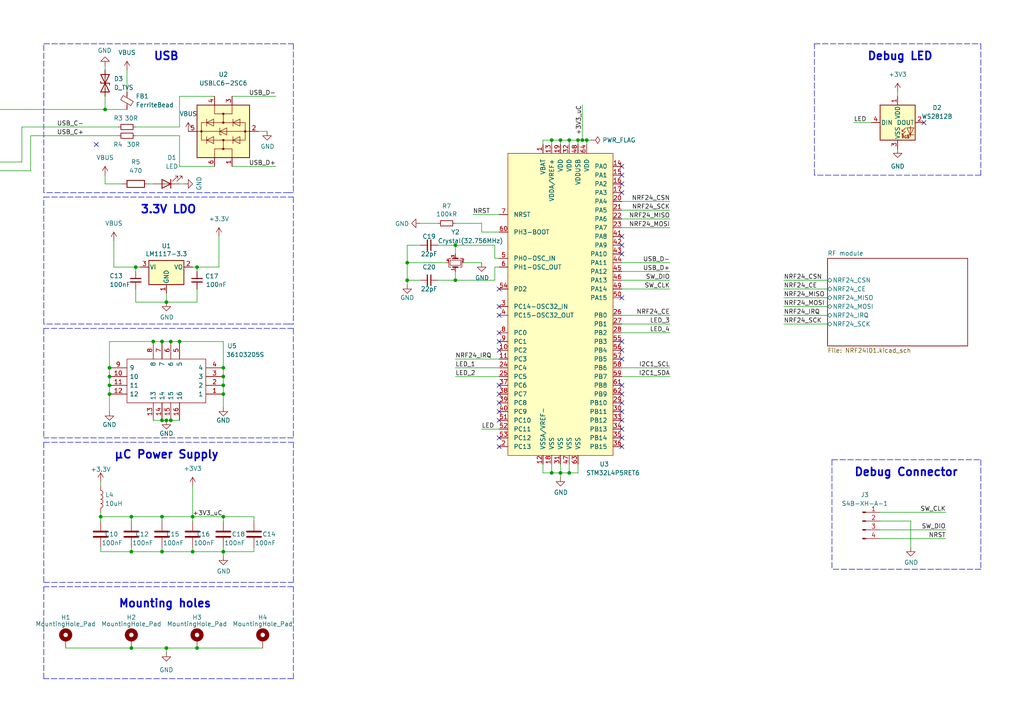
<source format=kicad_sch>
(kicad_sch (version 20211123) (generator eeschema)
  (paper "A4")
  (lib_symbols
    (symbol "36103205S:36103205S" (pin_names (offset 0.762))
      (property "Reference" "U" (at 19.05 12.7 0))
      (property "Value" "36103205S" (at 19.05 10.16 0))
      (symbol "36103205S_0_0"
        (pin passive line (at 7.62 -20.32 90) (length 5.08) (name "1") (number "1"))
        (pin passive line (at 12.7 12.7 270) (length 5.08) (name "10") (number "10"))
        (pin passive line (at 10.16 12.7 270) (length 5.08) (name "11") (number "11"))
        (pin passive line (at 7.62 12.7 270) (length 5.08) (name "12") (number "12"))
        (pin passive line (at 0 0 0) (length 5.08) (name "13") (number "13"))
        (pin passive line (at 0 -2.54 0) (length 5.08) (name "14") (number "14"))
        (pin passive line (at 0 -5.08 0) (length 5.08) (name "15") (number "15"))
        (pin passive line (at 0 -7.62 0) (length 5.08) (name "16") (number "16"))
        (pin passive line (at 10.16 -20.32 90) (length 5.08) (name "2") (number "2"))
        (pin passive line (at 12.7 -20.32 90) (length 5.08) (name "3") (number "3"))
        (pin passive line (at 15.24 -20.32 90) (length 5.08) (name "4") (number "4"))
        (pin passive line (at 22.86 -7.62 180) (length 5.08) (name "5") (number "5"))
        (pin passive line (at 22.86 -5.08 180) (length 5.08) (name "6") (number "6"))
        (pin passive line (at 22.86 -2.54 180) (length 5.08) (name "7") (number "7"))
        (pin passive line (at 22.86 0 180) (length 5.08) (name "8") (number "8"))
        (pin passive line (at 15.24 12.7 270) (length 5.08) (name "9") (number "9"))
      )
      (symbol "36103205S_0_1"
        (polyline (pts (xy 5.08 7.62) (xy 17.78 7.62) (xy 17.78 -15.24) (xy 5.08 -15.24) (xy 5.08 7.62)) (stroke (width 0.1524)))
      )
    )
    (symbol "Connector:Conn_01x04_Male" (pin_names (offset 1.016) hide)
      (property "Reference" "J" (at 0 5.08 0))
      (property "Value" "Conn_01x04_Male" (at 0 -7.62 0))
      (symbol "Conn_01x04_Male_1_1"
        (polyline (pts (xy 1.27 -5.08) (xy 0.8636 -5.08)) (stroke (width 0.1524)))
        (polyline (pts (xy 1.27 -2.54) (xy 0.8636 -2.54)) (stroke (width 0.1524)))
        (polyline (pts (xy 1.27 0) (xy 0.8636 0)) (stroke (width 0.1524)))
        (polyline (pts (xy 1.27 2.54) (xy 0.8636 2.54)) (stroke (width 0.1524)))
        (rectangle (start 0.8636 -4.953) (end 0 -5.207) (stroke (width 0.1524)) (fill (type outline)))
        (rectangle (start 0.8636 -2.413) (end 0 -2.667) (stroke (width 0.1524)) (fill (type outline)))
        (rectangle (start 0.8636 0.127) (end 0 -0.127) (stroke (width 0.1524)) (fill (type outline)))
        (rectangle (start 0.8636 2.667) (end 0 2.413) (stroke (width 0.1524)) (fill (type outline)))
        (pin passive line (at 5.08 2.54 180) (length 3.81) (name "Pin_1") (number "1"))
        (pin passive line (at 5.08 0 180) (length 3.81) (name "Pin_2") (number "2"))
        (pin passive line (at 5.08 -2.54 180) (length 3.81) (name "Pin_3") (number "3"))
        (pin passive line (at 5.08 -5.08 180) (length 3.81) (name "Pin_4") (number "4"))
      )
    )
    (symbol "Connector:USB_C_Receptacle_USB2.0" (pin_names (offset 1.016))
      (property "Reference" "J" (at -10.16 19.05 0))
      (property "Value" "USB_C_Receptacle_USB2.0" (at 19.05 19.05 0))
      (symbol "USB_C_Receptacle_USB2.0_0_0"
        (rectangle (start -0.254 -17.78) (end 0.254 -16.764))
        (rectangle (start 10.16 -14.986) (end 9.144 -15.494))
        (rectangle (start 10.16 -12.446) (end 9.144 -12.954))
        (rectangle (start 10.16 -4.826) (end 9.144 -5.334))
        (rectangle (start 10.16 -2.286) (end 9.144 -2.794))
        (rectangle (start 10.16 0.254) (end 9.144 -0.254))
        (rectangle (start 10.16 2.794) (end 9.144 2.286))
        (rectangle (start 10.16 7.874) (end 9.144 7.366))
        (rectangle (start 10.16 10.414) (end 9.144 9.906))
        (rectangle (start 10.16 15.494) (end 9.144 14.986))
      )
      (symbol "USB_C_Receptacle_USB2.0_0_1"
        (rectangle (start -10.16 17.78) (end 10.16 -17.78) (stroke (width 0.254)) (fill (type background)))
        (arc (start -8.89 -3.81) (mid -6.985 -5.715) (end -5.08 -3.81) (stroke (width 0.508)))
        (arc (start -7.62 -3.81) (mid -6.985 -4.445) (end -6.35 -3.81) (stroke (width 0.254)))
        (arc (start -7.62 -3.81) (mid -6.985 -4.445) (end -6.35 -3.81) (stroke (width 0.254)) (fill (type outline)))
        (rectangle (start -7.62 -3.81) (end -6.35 3.81) (stroke (width 0.254)) (fill (type outline)))
        (arc (start -6.35 3.81) (mid -6.985 4.445) (end -7.62 3.81) (stroke (width 0.254)))
        (arc (start -6.35 3.81) (mid -6.985 4.445) (end -7.62 3.81) (stroke (width 0.254)) (fill (type outline)))
        (arc (start -5.08 3.81) (mid -6.985 5.715) (end -8.89 3.81) (stroke (width 0.508)))
        (circle (center -2.54 1.143) (radius 0.635) (stroke (width 0.254)) (fill (type outline)))
        (circle (center 0 -5.842) (radius 1.27) (fill (type outline)))
        (polyline (pts (xy -8.89 -3.81) (xy -8.89 3.81)) (stroke (width 0.508)))
        (polyline (pts (xy -5.08 3.81) (xy -5.08 -3.81)) (stroke (width 0.508)))
        (polyline (pts (xy 0 -5.842) (xy 0 4.318)) (stroke (width 0.508)))
        (polyline (pts (xy 0 -3.302) (xy -2.54 -0.762) (xy -2.54 0.508)) (stroke (width 0.508)))
        (polyline (pts (xy 0 -2.032) (xy 2.54 0.508) (xy 2.54 1.778)) (stroke (width 0.508)))
        (polyline (pts (xy -1.27 4.318) (xy 0 6.858) (xy 1.27 4.318) (xy -1.27 4.318)) (stroke (width 0.254)) (fill (type outline)))
        (rectangle (start 1.905 1.778) (end 3.175 3.048) (stroke (width 0.254)) (fill (type outline)))
      )
      (symbol "USB_C_Receptacle_USB2.0_1_1"
        (pin passive line (at 0 -22.86 90) (length 5.08) (name "GND") (number "A1"))
        (pin passive line (at 0 -22.86 90) (length 5.08) hide (name "GND") (number "A12"))
        (pin passive line (at 15.24 15.24 180) (length 5.08) (name "VBUS") (number "A4"))
        (pin bidirectional line (at 15.24 10.16 180) (length 5.08) (name "CC1") (number "A5"))
        (pin bidirectional line (at 15.24 -2.54 180) (length 5.08) (name "D+") (number "A6"))
        (pin bidirectional line (at 15.24 2.54 180) (length 5.08) (name "D-") (number "A7"))
        (pin bidirectional line (at 15.24 -12.7 180) (length 5.08) (name "SBU1") (number "A8"))
        (pin passive line (at 15.24 15.24 180) (length 5.08) hide (name "VBUS") (number "A9"))
        (pin passive line (at 0 -22.86 90) (length 5.08) hide (name "GND") (number "B1"))
        (pin passive line (at 0 -22.86 90) (length 5.08) hide (name "GND") (number "B12"))
        (pin passive line (at 15.24 15.24 180) (length 5.08) hide (name "VBUS") (number "B4"))
        (pin bidirectional line (at 15.24 7.62 180) (length 5.08) (name "CC2") (number "B5"))
        (pin bidirectional line (at 15.24 -5.08 180) (length 5.08) (name "D+") (number "B6"))
        (pin bidirectional line (at 15.24 0 180) (length 5.08) (name "D-") (number "B7"))
        (pin bidirectional line (at 15.24 -15.24 180) (length 5.08) (name "SBU2") (number "B8"))
        (pin passive line (at 15.24 15.24 180) (length 5.08) hide (name "VBUS") (number "B9"))
        (pin passive line (at -7.62 -22.86 90) (length 5.08) (name "SHIELD") (number "S1"))
      )
    )
    (symbol "Device:C" (pin_numbers hide) (pin_names (offset 0.254))
      (property "Reference" "C" (at 0.635 2.54 0))
      (property "Value" "C" (at 0.635 -2.54 0))
      (symbol "C_0_1"
        (polyline (pts (xy -2.032 -0.762) (xy 2.032 -0.762)) (stroke (width 0.508)))
        (polyline (pts (xy -2.032 0.762) (xy 2.032 0.762)) (stroke (width 0.508)))
      )
      (symbol "C_1_1"
        (pin passive line (at 0 3.81 270) (length 2.794) (name "~") (number "1"))
        (pin passive line (at 0 -3.81 90) (length 2.794) (name "~") (number "2"))
      )
    )
    (symbol "Device:C_Small" (pin_numbers hide) (pin_names (offset 0.254) hide)
      (property "Reference" "C" (at 0.254 1.778 0))
      (property "Value" "C_Small" (at 0.254 -2.032 0))
      (symbol "C_Small_0_1"
        (polyline (pts (xy -1.524 -0.508) (xy 1.524 -0.508)) (stroke (width 0.3302)))
        (polyline (pts (xy -1.524 0.508) (xy 1.524 0.508)) (stroke (width 0.3048)))
      )
      (symbol "C_Small_1_1"
        (pin passive line (at 0 2.54 270) (length 2.032) (name "~") (number "1"))
        (pin passive line (at 0 -2.54 90) (length 2.032) (name "~") (number "2"))
      )
    )
    (symbol "Device:Crystal_GND24_Small" (pin_names (offset 1.016) hide)
      (property "Reference" "Y" (at 1.27 4.445 0))
      (property "Value" "Crystal_GND24_Small" (at 1.27 2.54 0))
      (symbol "Crystal_GND24_Small_0_1"
        (rectangle (start -0.762 -1.524) (end 0.762 1.524))
        (polyline (pts (xy -1.27 -0.762) (xy -1.27 0.762)) (stroke (width 0.381)))
        (polyline (pts (xy 1.27 -0.762) (xy 1.27 0.762)) (stroke (width 0.381)))
        (polyline (pts (xy -1.27 -1.27) (xy -1.27 -1.905) (xy 1.27 -1.905) (xy 1.27 -1.27)))
        (polyline (pts (xy -1.27 1.27) (xy -1.27 1.905) (xy 1.27 1.905) (xy 1.27 1.27)))
      )
      (symbol "Crystal_GND24_Small_1_1"
        (pin passive line (at -2.54 0 0) (length 1.27) (name "1") (number "1"))
        (pin passive line (at 0 -2.54 90) (length 0.635) (name "2") (number "2"))
        (pin passive line (at 2.54 0 180) (length 1.27) (name "3") (number "3"))
        (pin passive line (at 0 2.54 270) (length 0.635) (name "4") (number "4"))
      )
    )
    (symbol "Device:D_TVS" (pin_numbers hide) (pin_names (offset 1.016) hide)
      (property "Reference" "D" (at 0 2.54 0))
      (property "Value" "D_TVS" (at 0 -2.54 0))
      (symbol "D_TVS_0_1"
        (polyline (pts (xy 1.27 0) (xy -1.27 0)))
        (polyline (pts (xy 0.508 1.27) (xy 0 1.27) (xy 0 -1.27) (xy -0.508 -1.27)) (stroke (width 0.254)))
        (polyline (pts (xy -2.54 1.27) (xy -2.54 -1.27) (xy 2.54 1.27) (xy 2.54 -1.27) (xy -2.54 1.27)) (stroke (width 0.254)))
      )
      (symbol "D_TVS_1_1"
        (pin passive line (at -3.81 0 0) (length 2.54) (name "A1") (number "1"))
        (pin passive line (at 3.81 0 180) (length 2.54) (name "A2") (number "2"))
      )
    )
    (symbol "Device:FerriteBead_Small" (pin_numbers hide) (pin_names (offset 0))
      (property "Reference" "FB" (at 1.905 1.27 0))
      (property "Value" "FerriteBead_Small" (at 1.905 -1.27 0))
      (symbol "FerriteBead_Small_0_1"
        (polyline (pts (xy 0 -1.27) (xy 0 -0.7874)))
        (polyline (pts (xy 0 0.889) (xy 0 1.2954)))
        (polyline (pts (xy -1.8288 0.2794) (xy -1.1176 1.4986) (xy 1.8288 -0.2032) (xy 1.1176 -1.4224) (xy -1.8288 0.2794)))
      )
      (symbol "FerriteBead_Small_1_1"
        (pin passive line (at 0 2.54 270) (length 1.27) (name "~") (number "1"))
        (pin passive line (at 0 -2.54 90) (length 1.27) (name "~") (number "2"))
      )
    )
    (symbol "Device:L" (pin_numbers hide) (pin_names (offset 1.016) hide)
      (property "Reference" "L" (at -1.27 0 90))
      (property "Value" "L" (at 1.905 0 90))
      (symbol "L_0_1"
        (arc (start 0 -2.54) (mid 0.635 -1.905) (end 0 -1.27))
        (arc (start 0 -1.27) (mid 0.635 -0.635) (end 0 0))
        (arc (start 0 0) (mid 0.635 0.635) (end 0 1.27))
        (arc (start 0 1.27) (mid 0.635 1.905) (end 0 2.54))
      )
      (symbol "L_1_1"
        (pin passive line (at 0 3.81 270) (length 1.27) (name "1") (number "1"))
        (pin passive line (at 0 -3.81 90) (length 1.27) (name "2") (number "2"))
      )
    )
    (symbol "Device:LED" (pin_numbers hide) (pin_names (offset 1.016) hide)
      (property "Reference" "D" (at 0 2.54 0))
      (property "Value" "LED" (at 0 -2.54 0))
      (symbol "LED_0_1"
        (polyline (pts (xy -1.27 -1.27) (xy -1.27 1.27)) (stroke (width 0.254)))
        (polyline (pts (xy -1.27 0) (xy 1.27 0)))
        (polyline (pts (xy 1.27 -1.27) (xy 1.27 1.27) (xy -1.27 0) (xy 1.27 -1.27)) (stroke (width 0.254)))
        (polyline (pts (xy -3.048 -0.762) (xy -4.572 -2.286) (xy -3.81 -2.286) (xy -4.572 -2.286) (xy -4.572 -1.524)))
        (polyline (pts (xy -1.778 -0.762) (xy -3.302 -2.286) (xy -2.54 -2.286) (xy -3.302 -2.286) (xy -3.302 -1.524)))
      )
      (symbol "LED_1_1"
        (pin passive line (at -3.81 0 0) (length 2.54) (name "K") (number "1"))
        (pin passive line (at 3.81 0 180) (length 2.54) (name "A") (number "2"))
      )
    )
    (symbol "Device:R" (pin_numbers hide) (pin_names (offset 0))
      (property "Reference" "R" (at 2.032 0 90))
      (property "Value" "R" (at 0 0 90))
      (symbol "R_0_1"
        (rectangle (start -1.016 -2.54) (end 1.016 2.54) (stroke (width 0.254)))
      )
      (symbol "R_1_1"
        (pin passive line (at 0 3.81 270) (length 1.27) (name "~") (number "1"))
        (pin passive line (at 0 -3.81 90) (length 1.27) (name "~") (number "2"))
      )
    )
    (symbol "Device:R_Small" (pin_numbers hide) (pin_names (offset 0.254) hide)
      (property "Reference" "R" (at 0.762 0.508 0))
      (property "Value" "R_Small" (at 0.762 -1.016 0))
      (symbol "R_Small_0_1"
        (rectangle (start -0.762 1.778) (end 0.762 -1.778) (stroke (width 0.2032)))
      )
      (symbol "R_Small_1_1"
        (pin passive line (at 0 2.54 270) (length 0.762) (name "~") (number "1"))
        (pin passive line (at 0 -2.54 90) (length 0.762) (name "~") (number "2"))
      )
    )
    (symbol "LED:WS2812B" (pin_names (offset 0.254))
      (property "Reference" "D" (at 5.08 5.715 0))
      (property "Value" "WS2812B" (at 1.27 -5.715 0))
      (symbol "WS2812B_0_0"
        (text "RGB" (at 2.286 -4.191 0) (effects (font (size 0.762 0.762))))
      )
      (symbol "WS2812B_0_1"
        (polyline (pts (xy 1.27 -3.556) (xy 1.778 -3.556)))
        (polyline (pts (xy 1.27 -2.54) (xy 1.778 -2.54)))
        (polyline (pts (xy 4.699 -3.556) (xy 2.667 -3.556)))
        (polyline (pts (xy 2.286 -2.54) (xy 1.27 -3.556) (xy 1.27 -3.048)))
        (polyline (pts (xy 2.286 -1.524) (xy 1.27 -2.54) (xy 1.27 -2.032)))
        (polyline (pts (xy 3.683 -1.016) (xy 3.683 -3.556) (xy 3.683 -4.064)))
        (polyline (pts (xy 4.699 -1.524) (xy 2.667 -1.524) (xy 3.683 -3.556) (xy 4.699 -1.524)))
        (rectangle (start 5.08 5.08) (end -5.08 -5.08) (stroke (width 0.254)) (fill (type background)))
      )
      (symbol "WS2812B_1_1"
        (pin power_in line (at 0 7.62 270) (length 2.54) (name "VDD") (number "1"))
        (pin output line (at 7.62 0 180) (length 2.54) (name "DOUT") (number "2"))
        (pin power_in line (at 0 -7.62 90) (length 2.54) (name "VSS") (number "3"))
        (pin input line (at -7.62 0 0) (length 2.54) (name "DIN") (number "4"))
      )
    )
    (symbol "Mechanical:MountingHole_Pad" (pin_numbers hide) (pin_names (offset 1.016) hide)
      (property "Reference" "H" (at 0 6.35 0))
      (property "Value" "MountingHole_Pad" (at 0 4.445 0))
      (symbol "MountingHole_Pad_0_1"
        (circle (center 0 1.27) (radius 1.27) (stroke (width 1.27)))
      )
      (symbol "MountingHole_Pad_1_1"
        (pin input line (at 0 -2.54 90) (length 2.54) (name "1") (number "1"))
      )
    )
    (symbol "Power_Protection:USBLC6-2SC6" (pin_names hide)
      (property "Reference" "U" (at 2.54 8.89 0))
      (property "Value" "USBLC6-2SC6" (at 2.54 -8.89 0))
      (symbol "USBLC6-2SC6_0_1"
        (rectangle (start -7.62 -7.62) (end 7.62 7.62) (stroke (width 0.254)) (fill (type background)))
        (circle (center -5.08 0) (radius 0.254) (fill (type outline)))
        (circle (center -2.54 0) (radius 0.254) (fill (type outline)))
        (rectangle (start -2.54 6.35) (end 2.54 -6.35))
        (circle (center 0 -6.35) (radius 0.254) (fill (type outline)))
        (polyline (pts (xy -5.08 -2.54) (xy -7.62 -2.54)))
        (polyline (pts (xy -5.08 0) (xy -5.08 -2.54)))
        (polyline (pts (xy -5.08 2.54) (xy -7.62 2.54)))
        (polyline (pts (xy -1.524 -2.794) (xy -3.556 -2.794)))
        (polyline (pts (xy -1.524 4.826) (xy -3.556 4.826)))
        (polyline (pts (xy 0 -7.62) (xy 0 -6.35)))
        (polyline (pts (xy 0 -6.35) (xy 0 1.27)))
        (polyline (pts (xy 0 1.27) (xy 0 6.35)))
        (polyline (pts (xy 0 6.35) (xy 0 7.62)))
        (polyline (pts (xy 1.524 -2.794) (xy 3.556 -2.794)))
        (polyline (pts (xy 1.524 4.826) (xy 3.556 4.826)))
        (polyline (pts (xy 5.08 -2.54) (xy 7.62 -2.54)))
        (polyline (pts (xy 5.08 0) (xy 5.08 -2.54)))
        (polyline (pts (xy 5.08 2.54) (xy 7.62 2.54)))
        (polyline (pts (xy -2.54 0) (xy -5.08 0) (xy -5.08 2.54)))
        (polyline (pts (xy 2.54 0) (xy 5.08 0) (xy 5.08 2.54)))
        (polyline (pts (xy -3.556 -4.826) (xy -1.524 -4.826) (xy -2.54 -2.794) (xy -3.556 -4.826)))
        (polyline (pts (xy -3.556 2.794) (xy -1.524 2.794) (xy -2.54 4.826) (xy -3.556 2.794)))
        (polyline (pts (xy -1.016 -1.016) (xy 1.016 -1.016) (xy 0 1.016) (xy -1.016 -1.016)))
        (polyline (pts (xy 1.016 1.016) (xy 0.762 1.016) (xy -1.016 1.016) (xy -1.016 0.508)))
        (polyline (pts (xy 3.556 -4.826) (xy 1.524 -4.826) (xy 2.54 -2.794) (xy 3.556 -4.826)))
        (polyline (pts (xy 3.556 2.794) (xy 1.524 2.794) (xy 2.54 4.826) (xy 3.556 2.794)))
        (circle (center 0 6.35) (radius 0.254) (fill (type outline)))
        (circle (center 2.54 0) (radius 0.254) (fill (type outline)))
        (circle (center 5.08 0) (radius 0.254) (fill (type outline)))
      )
      (symbol "USBLC6-2SC6_1_1"
        (pin passive line (at -10.16 -2.54 0) (length 2.54) (name "I/O1") (number "1"))
        (pin passive line (at 0 -10.16 90) (length 2.54) (name "GND") (number "2"))
        (pin passive line (at 10.16 -2.54 180) (length 2.54) (name "I/O2") (number "3"))
        (pin passive line (at 10.16 2.54 180) (length 2.54) (name "I/O2") (number "4"))
        (pin passive line (at 0 10.16 270) (length 2.54) (name "VBUS") (number "5"))
        (pin passive line (at -10.16 2.54 0) (length 2.54) (name "I/O1") (number "6"))
      )
    )
    (symbol "Regulator_Linear:LM1117-3.3" (pin_names (offset 0.254))
      (property "Reference" "U" (at -3.81 3.175 0))
      (property "Value" "LM1117-3.3" (at 0 3.175 0))
      (symbol "LM1117-3.3_0_1"
        (rectangle (start -5.08 -5.08) (end 5.08 1.905) (stroke (width 0.254)) (fill (type background)))
      )
      (symbol "LM1117-3.3_1_1"
        (pin power_in line (at 0 -7.62 90) (length 2.54) (name "GND") (number "1"))
        (pin power_out line (at 7.62 0 180) (length 2.54) (name "VO") (number "2"))
        (pin power_in line (at -7.62 0 0) (length 2.54) (name "VI") (number "3"))
      )
    )
    (symbol "power:+3.3V" (power) (pin_names (offset 0))
      (property "Value" "+3.3V" (at 0 3.556 0))
      (symbol "+3.3V_0_1"
        (polyline (pts (xy -0.762 1.27) (xy 0 2.54)))
        (polyline (pts (xy 0 0) (xy 0 2.54)))
        (polyline (pts (xy 0 2.54) (xy 0.762 1.27)))
      )
      (symbol "+3.3V_1_1"
        (pin power_in line (at 0 0 90) (length 0) hide (name "+3.3V") (number "1"))
      )
    )
    (symbol "power:+3V3" (power) (pin_names (offset 0))
      (property "Value" "+3V3" (at 0 3.556 0))
      (symbol "+3V3_0_1"
        (polyline (pts (xy -0.762 1.27) (xy 0 2.54)))
        (polyline (pts (xy 0 0) (xy 0 2.54)))
        (polyline (pts (xy 0 2.54) (xy 0.762 1.27)))
      )
      (symbol "+3V3_1_1"
        (pin power_in line (at 0 0 90) (length 0) hide (name "+3V3") (number "1"))
      )
    )
    (symbol "power:GND" (power) (pin_names (offset 0))
      (property "Value" "GND" (at 0 -3.81 0))
      (symbol "GND_0_1"
        (polyline (pts (xy 0 0) (xy 0 -1.27) (xy 1.27 -1.27) (xy 0 -2.54) (xy -1.27 -1.27) (xy 0 -1.27)))
      )
      (symbol "GND_1_1"
        (pin power_in line (at 0 0 270) (length 0) hide (name "GND") (number "1"))
      )
    )
    (symbol "power:PWR_FLAG" (power) (pin_numbers hide) (pin_names (offset 0) hide)
      (property "Value" "PWR_FLAG" (at 0 3.81 0))
      (symbol "PWR_FLAG_0_0"
        (pin power_out line (at 0 0 90) (length 0) (name "pwr") (number "1"))
      )
      (symbol "PWR_FLAG_0_1"
        (polyline (pts (xy 0 0) (xy 0 1.27) (xy -1.016 1.905) (xy 0 2.54) (xy 1.016 1.905) (xy 0 1.27)))
      )
    )
    (symbol "power:VBUS" (power) (pin_names (offset 0))
      (property "Value" "VBUS" (at 0 3.81 0))
      (symbol "VBUS_0_1"
        (polyline (pts (xy -0.762 1.27) (xy 0 2.54)))
        (polyline (pts (xy 0 0) (xy 0 2.54)))
        (polyline (pts (xy 0 2.54) (xy 0.762 1.27)))
      )
      (symbol "VBUS_1_1"
        (pin power_in line (at 0 0 90) (length 0) hide (name "VBUS") (number "1"))
      )
    )
    (symbol "telemetria_receiver_2022-rescue:STM32L4P5RET6-STM32L4P5RET6" (pin_names (offset 1.6256))
      (property "Reference" "U" (at 0 -55.88 0))
      (property "Value" "STM32L4P5RET6-STM32L4P5RET6" (at 0 -59.69 0))
      (symbol "STM32L4P5RET6-STM32L4P5RET6_0_0"
        (pin power_in line (at -5.08 44.45 270) (length 2.54) (name "VBAT") (number "1"))
        (pin bidirectional line (at -17.78 -15.24 0) (length 2.54) (name "PC2") (number "10"))
        (pin bidirectional line (at -17.78 -17.78 0) (length 2.54) (name "PC3") (number "11"))
        (pin power_in line (at -5.08 -48.26 90) (length 2.54) (name "VSSA/VREF-") (number "12"))
        (pin power_in line (at -2.54 44.45 270) (length 2.54) (name "VDDA/VREF+") (number "13"))
        (pin bidirectional line (at 17.78 38.1 180) (length 2.54) (name "PA0") (number "14"))
        (pin bidirectional line (at 17.78 35.56 180) (length 2.54) (name "PA1") (number "15"))
        (pin bidirectional line (at 17.78 33.02 180) (length 2.54) (name "PA2") (number "16"))
        (pin bidirectional line (at 17.78 30.48 180) (length 2.54) (name "PA3") (number "17"))
        (pin power_in line (at -2.54 -48.26 90) (length 2.54) (name "VSS") (number "18"))
        (pin power_in line (at 0 44.45 270) (length 2.54) (name "VDD") (number "19"))
        (pin bidirectional line (at -17.78 -43.18 0) (length 2.54) (name "PC13") (number "2"))
        (pin bidirectional line (at 17.78 27.94 180) (length 2.54) (name "PA4") (number "20"))
        (pin bidirectional line (at 17.78 25.4 180) (length 2.54) (name "PA5") (number "21"))
        (pin bidirectional line (at 17.78 22.86 180) (length 2.54) (name "PA6") (number "22"))
        (pin bidirectional line (at 17.78 20.32 180) (length 2.54) (name "PA7") (number "23"))
        (pin bidirectional line (at -17.78 -20.32 0) (length 2.54) (name "PC4") (number "24"))
        (pin bidirectional line (at -17.78 -22.86 0) (length 2.54) (name "PC5") (number "25"))
        (pin bidirectional line (at 17.78 -5.08 180) (length 2.54) (name "PB0") (number "26"))
        (pin bidirectional line (at 17.78 -7.62 180) (length 2.54) (name "PB1") (number "27"))
        (pin bidirectional line (at 17.78 -10.16 180) (length 2.54) (name "PB2") (number "28"))
        (pin bidirectional line (at 17.78 -30.48 180) (length 2.54) (name "PB10") (number "29"))
        (pin bidirectional line (at -17.78 -2.54 0) (length 2.54) (name "PC14-OSC32_IN") (number "3"))
        (pin bidirectional line (at 17.78 -33.02 180) (length 2.54) (name "PB11") (number "30"))
        (pin power_in line (at 0 -48.26 90) (length 2.54) (name "VSS") (number "31"))
        (pin power_in line (at 2.54 44.45 270) (length 2.54) (name "VDD") (number "32"))
        (pin bidirectional line (at 17.78 -35.56 180) (length 2.54) (name "PB12") (number "33"))
        (pin bidirectional line (at 17.78 -38.1 180) (length 2.54) (name "PB13") (number "34"))
        (pin bidirectional line (at 17.78 -40.64 180) (length 2.54) (name "PB14") (number "35"))
        (pin bidirectional line (at 17.78 -43.18 180) (length 2.54) (name "PB15") (number "36"))
        (pin bidirectional line (at -17.78 -25.4 0) (length 2.54) (name "PC6") (number "37"))
        (pin bidirectional line (at -17.78 -27.94 0) (length 2.54) (name "PC7") (number "38"))
        (pin bidirectional line (at -17.78 -30.48 0) (length 2.54) (name "PC8") (number "39"))
        (pin bidirectional line (at -17.78 -5.08 0) (length 2.54) (name "PC15-OSC32_OUT") (number "4"))
        (pin bidirectional line (at -17.78 -33.02 0) (length 2.54) (name "PC9") (number "40"))
        (pin bidirectional line (at 17.78 17.78 180) (length 2.54) (name "PA8") (number "41"))
        (pin bidirectional line (at 17.78 15.24 180) (length 2.54) (name "PA9") (number "42"))
        (pin bidirectional line (at 17.78 12.7 180) (length 2.54) (name "PA10") (number "43"))
        (pin bidirectional line (at 17.78 10.16 180) (length 2.54) (name "PA11") (number "44"))
        (pin bidirectional line (at 17.78 7.62 180) (length 2.54) (name "PA12") (number "45"))
        (pin bidirectional line (at 17.78 5.08 180) (length 2.54) (name "PA13") (number "46"))
        (pin power_in line (at 2.54 -48.26 90) (length 2.54) (name "VSS") (number "47"))
        (pin power_in line (at 5.08 44.45 270) (length 2.54) (name "VDDUSB") (number "48"))
        (pin bidirectional line (at 17.78 2.54 180) (length 2.54) (name "PA14") (number "49"))
        (pin input line (at -17.78 11.43 0) (length 2.54) (name "PH0-OSC_IN") (number "5"))
        (pin bidirectional line (at 17.78 0 180) (length 2.54) (name "PA15") (number "50"))
        (pin bidirectional line (at -17.78 -35.56 0) (length 2.54) (name "PC10") (number "51"))
        (pin bidirectional line (at -17.78 -38.1 0) (length 2.54) (name "PC11") (number "52"))
        (pin bidirectional line (at -17.78 -40.64 0) (length 2.54) (name "PC12") (number "53"))
        (pin bidirectional line (at -17.78 2.54 0) (length 2.54) (name "PD2") (number "54"))
        (pin bidirectional line (at 17.78 -12.7 180) (length 2.54) (name "PB3") (number "55"))
        (pin bidirectional line (at 17.78 -15.24 180) (length 2.54) (name "PB4") (number "56"))
        (pin bidirectional line (at 17.78 -17.78 180) (length 2.54) (name "PB5") (number "57"))
        (pin bidirectional line (at 17.78 -20.32 180) (length 2.54) (name "PB6") (number "58"))
        (pin bidirectional line (at 17.78 -22.86 180) (length 2.54) (name "PB7") (number "59"))
        (pin input line (at -17.78 8.89 0) (length 2.54) (name "PH1-OSC_OUT") (number "6"))
        (pin input line (at -17.78 19.05 0) (length 2.54) (name "PH3-BOOT") (number "60"))
        (pin bidirectional line (at 17.78 -25.4 180) (length 2.54) (name "PB8") (number "61"))
        (pin bidirectional line (at 17.78 -27.94 180) (length 2.54) (name "PB9") (number "62"))
        (pin power_in line (at 5.08 -48.26 90) (length 2.54) (name "VSS") (number "63"))
        (pin power_in line (at 7.62 44.45 270) (length 2.54) (name "VDD") (number "64"))
        (pin input line (at -17.78 24.13 0) (length 2.54) (name "NRST") (number "7"))
        (pin bidirectional line (at -17.78 -10.16 0) (length 2.54) (name "PC0") (number "8"))
        (pin bidirectional line (at -17.78 -12.7 0) (length 2.54) (name "PC1") (number "9"))
      )
      (symbol "STM32L4P5RET6-STM32L4P5RET6_0_1"
        (rectangle (start 15.24 41.91) (end -15.24 -45.72) (fill (type background)))
      )
    )
  )
  (junction (at 170.18 40.64))
  (junction (at 38.1 187.96))
  (junction (at 132.08 81.28))
  (junction (at 31.75 111.76))
  (junction (at 168.91 40.64))
  (junction (at 132.08 71.12))
  (junction (at 46.99 121.92))
  (junction (at 64.77 111.76))
  (junction (at 162.56 137.16))
  (junction (at 31.75 109.22))
  (junction (at 167.64 40.64))
  (junction (at 160.02 137.16))
  (junction (at 44.45 99.06))
  (junction (at 57.15 187.96))
  (junction (at 64.77 160.02))
  (junction (at 160.02 40.64))
  (junction (at 57.15 77.47))
  (junction (at 31.75 114.3))
  (junction (at 38.1 160.02))
  (junction (at 49.53 121.92))
  (junction (at 30.48 31.75))
  (junction (at 46.99 99.06))
  (junction (at 38.1 149.86))
  (junction (at 118.11 81.28))
  (junction (at 162.56 40.64))
  (junction (at 49.53 99.06))
  (junction (at 64.77 149.86))
  (junction (at 46.99 149.86))
  (junction (at 165.1 137.16))
  (junction (at 55.88 160.02))
  (junction (at 48.26 187.96))
  (junction (at 64.77 114.3))
  (junction (at 48.26 121.92))
  (junction (at 55.88 149.86))
  (junction (at 118.11 76.2))
  (junction (at 46.99 160.02))
  (junction (at 52.07 99.06))
  (junction (at 165.1 40.64))
  (junction (at 31.75 106.68))
  (junction (at 48.26 87.63))
  (junction (at 64.77 109.22))
  (junction (at 39.37 77.47))
  (junction (at 29.21 149.86))
  (junction (at 64.77 106.68))
  (no_connect (at 180.34 119.38))
  (no_connect (at 180.34 116.84))
  (no_connect (at 180.34 114.3))
  (no_connect (at 144.78 111.76))
  (no_connect (at 144.78 114.3))
  (no_connect (at 180.34 86.36))
  (no_connect (at 180.34 68.58))
  (no_connect (at 180.34 99.06))
  (no_connect (at 180.34 53.34))
  (no_connect (at 180.34 129.54))
  (no_connect (at 144.78 101.6))
  (no_connect (at 180.34 127))
  (no_connect (at 180.34 124.46))
  (no_connect (at 27.94 41.91))
  (no_connect (at 267.97 35.56))
  (no_connect (at 180.34 121.92))
  (no_connect (at 180.34 48.26))
  (no_connect (at 180.34 101.6))
  (no_connect (at 180.34 73.66))
  (no_connect (at 180.34 104.14))
  (no_connect (at 144.78 91.44))
  (no_connect (at 180.34 71.12))
  (no_connect (at 144.78 96.52))
  (no_connect (at 144.78 99.06))
  (no_connect (at 180.34 55.88))
  (no_connect (at 144.78 116.84))
  (no_connect (at 144.78 83.82))
  (no_connect (at 144.78 127))
  (no_connect (at 144.78 121.92))
  (no_connect (at 144.78 119.38))
  (no_connect (at 144.78 88.9))
  (no_connect (at -1.27 59.69))
  (no_connect (at -1.27 62.23))
  (no_connect (at -24.13 69.85))
  (no_connect (at -1.27 39.37))
  (no_connect (at -1.27 52.07))
  (no_connect (at -1.27 44.45))
  (no_connect (at -1.27 36.83))
  (no_connect (at 144.78 129.54))
  (no_connect (at 180.34 111.76))
  (no_connect (at 180.34 50.8))
  (wire (pts (xy 64.77 106.68) (xy 64.77 109.22)))
  (wire (pts (xy 139.7 67.31) (xy 139.7 64.77)))
  (wire (pts (xy 52.07 48.26) (xy 52.07 39.37)))
  (polyline (pts (xy 12.7 55.88) (xy 12.7 12.7)))
  (wire (pts (xy 44.45 53.34) (xy 43.18 53.34)))
  (wire (pts (xy 194.31 76.2) (xy 180.34 76.2)))
  (wire (pts (xy 55.88 151.13) (xy 55.88 149.86)))
  (wire (pts (xy 64.77 111.76) (xy 64.77 114.3)))
  (wire (pts (xy 46.99 99.06) (xy 49.53 99.06)))
  (wire (pts (xy 57.15 187.96) (xy 76.2 187.96)))
  (polyline (pts (xy 284.48 165.1) (xy 241.3 165.1)))
  (polyline (pts (xy 12.7 93.98) (xy 12.7 57.15)))
  (polyline (pts (xy 284.48 12.7) (xy 284.48 50.8)))
  (wire (pts (xy 6.35 46.99) (xy 6.35 36.83)))
  (wire (pts (xy 132.08 71.12) (xy 132.08 73.66)))
  (wire (pts (xy 33.02 77.47) (xy 39.37 77.47)))
  (wire (pts (xy 55.88 77.47) (xy 57.15 77.47)))
  (polyline (pts (xy 12.7 95.25) (xy 12.7 127)))
  (wire (pts (xy 48.26 87.63) (xy 57.15 87.63)))
  (wire (pts (xy 53.34 53.34) (xy 52.07 53.34)))
  (polyline (pts (xy 241.3 133.35) (xy 241.3 165.1)))
  (wire (pts (xy 63.5 68.58) (xy 63.5 77.47)))
  (wire (pts (xy 46.99 121.92) (xy 48.26 121.92)))
  (polyline (pts (xy 83.82 93.98) (xy 12.7 93.98)))
  (wire (pts (xy 132.08 106.68) (xy 144.78 106.68)))
  (wire (pts (xy 162.56 138.43) (xy 162.56 137.16)))
  (wire (pts (xy 143.51 77.47) (xy 144.78 77.47)))
  (wire (pts (xy 194.31 109.22) (xy 180.34 109.22)))
  (wire (pts (xy 48.26 121.92) (xy 49.53 121.92)))
  (wire (pts (xy 57.15 78.74) (xy 57.15 77.47)))
  (wire (pts (xy 30.48 19.05) (xy 30.48 20.32)))
  (wire (pts (xy 162.56 40.64) (xy 165.1 40.64)))
  (wire (pts (xy 52.07 27.94) (xy 52.07 36.83)))
  (polyline (pts (xy 85.09 57.15) (xy 85.09 93.98)))
  (wire (pts (xy 132.08 78.74) (xy 132.08 81.28)))
  (wire (pts (xy 118.11 71.12) (xy 121.92 71.12)))
  (polyline (pts (xy 85.09 128.27) (xy 85.09 168.91)))
  (wire (pts (xy 127 71.12) (xy 132.08 71.12)))
  (wire (pts (xy 73.66 158.75) (xy 73.66 160.02)))
  (wire (pts (xy 57.15 87.63) (xy 57.15 83.82)))
  (wire (pts (xy 157.48 40.64) (xy 160.02 40.64)))
  (wire (pts (xy 39.37 77.47) (xy 40.64 77.47)))
  (wire (pts (xy 38.1 151.13) (xy 38.1 149.86)))
  (wire (pts (xy 8.89 49.53) (xy -1.27 49.53)))
  (wire (pts (xy 64.77 149.86) (xy 73.66 149.86)))
  (wire (pts (xy 48.26 187.96) (xy 57.15 187.96)))
  (wire (pts (xy 162.56 40.64) (xy 160.02 40.64)))
  (wire (pts (xy 62.23 27.94) (xy 52.07 27.94)))
  (wire (pts (xy -16.51 69.85) (xy -16.51 72.39)))
  (wire (pts (xy 64.77 158.75) (xy 64.77 160.02)))
  (wire (pts (xy 162.56 137.16) (xy 160.02 137.16)))
  (wire (pts (xy 180.34 66.04) (xy 194.31 66.04)))
  (wire (pts (xy 6.35 36.83) (xy 34.29 36.83)))
  (wire (pts (xy 64.77 160.02) (xy 64.77 161.29)))
  (wire (pts (xy 227.33 88.9) (xy 240.03 88.9)))
  (wire (pts (xy 255.27 153.67) (xy 274.32 153.67)))
  (wire (pts (xy 38.1 149.86) (xy 29.21 149.86)))
  (polyline (pts (xy 83.82 93.98) (xy 85.09 93.98)))
  (wire (pts (xy 46.99 149.86) (xy 38.1 149.86)))
  (polyline (pts (xy 241.3 133.35) (xy 284.48 133.35)))
  (wire (pts (xy 132.08 81.28) (xy 143.51 81.28)))
  (wire (pts (xy 29.21 158.75) (xy 29.21 160.02)))
  (wire (pts (xy 64.77 149.86) (xy 55.88 149.86)))
  (wire (pts (xy 139.7 124.46) (xy 144.78 124.46)))
  (wire (pts (xy 157.48 137.16) (xy 157.48 134.62)))
  (wire (pts (xy 194.31 106.68) (xy 180.34 106.68)))
  (wire (pts (xy 118.11 76.2) (xy 118.11 81.28)))
  (wire (pts (xy 167.64 137.16) (xy 165.1 137.16)))
  (wire (pts (xy 165.1 137.16) (xy 162.56 137.16)))
  (wire (pts (xy 73.66 151.13) (xy 73.66 149.86)))
  (polyline (pts (xy 12.7 12.7) (xy 85.09 12.7)))
  (wire (pts (xy 143.51 71.12) (xy 143.51 74.93)))
  (wire (pts (xy 264.16 151.13) (xy 264.16 158.75)))
  (wire (pts (xy 162.56 134.62) (xy 162.56 137.16)))
  (wire (pts (xy 118.11 81.28) (xy 121.92 81.28)))
  (wire (pts (xy 30.48 50.8) (xy 30.48 53.34)))
  (wire (pts (xy 64.77 149.86) (xy 64.77 151.13)))
  (wire (pts (xy 127 81.28) (xy 132.08 81.28)))
  (wire (pts (xy 31.75 99.06) (xy 44.45 99.06)))
  (wire (pts (xy 165.1 40.64) (xy 167.64 40.64)))
  (wire (pts (xy 165.1 134.62) (xy 165.1 137.16)))
  (wire (pts (xy 30.48 53.34) (xy 35.56 53.34)))
  (wire (pts (xy 132.08 109.22) (xy 144.78 109.22)))
  (wire (pts (xy 180.34 63.5) (xy 194.31 63.5)))
  (polyline (pts (xy 236.22 50.8) (xy 236.22 12.7)))
  (polyline (pts (xy 85.09 12.7) (xy 85.09 55.88)))
  (wire (pts (xy 46.99 149.86) (xy 46.99 151.13)))
  (wire (pts (xy 180.34 60.96) (xy 194.31 60.96)))
  (wire (pts (xy 38.1 187.96) (xy 48.26 187.96)))
  (polyline (pts (xy 83.82 55.88) (xy 85.09 55.88)))
  (wire (pts (xy 194.31 81.28) (xy 180.34 81.28)))
  (wire (pts (xy 194.31 91.44) (xy 180.34 91.44)))
  (wire (pts (xy 132.08 71.12) (xy 143.51 71.12)))
  (wire (pts (xy 33.02 69.85) (xy 33.02 77.47)))
  (wire (pts (xy 39.37 83.82) (xy 39.37 87.63)))
  (wire (pts (xy 157.48 41.91) (xy 157.48 40.64)))
  (wire (pts (xy 260.35 26.67) (xy 260.35 27.94)))
  (wire (pts (xy 49.53 121.92) (xy 52.07 121.92)))
  (wire (pts (xy 180.34 58.42) (xy 194.31 58.42)))
  (wire (pts (xy 118.11 71.12) (xy 118.11 76.2)))
  (polyline (pts (xy 284.48 50.8) (xy 236.22 50.8)))
  (wire (pts (xy 31.75 106.68) (xy 31.75 109.22)))
  (wire (pts (xy 55.88 149.86) (xy 46.99 149.86)))
  (wire (pts (xy 30.48 31.75) (xy 36.83 31.75)))
  (wire (pts (xy 46.99 158.75) (xy 46.99 160.02)))
  (wire (pts (xy 167.64 41.91) (xy 167.64 40.64)))
  (wire (pts (xy 160.02 134.62) (xy 160.02 137.16)))
  (wire (pts (xy 39.37 87.63) (xy 48.26 87.63)))
  (polyline (pts (xy 85.09 95.25) (xy 12.7 95.25)))
  (wire (pts (xy 39.37 36.83) (xy 52.07 36.83)))
  (wire (pts (xy 129.54 76.2) (xy 118.11 76.2)))
  (wire (pts (xy 31.75 109.22) (xy 31.75 111.76)))
  (polyline (pts (xy 85.09 95.25) (xy 85.09 127)))
  (wire (pts (xy 44.45 99.06) (xy 46.99 99.06)))
  (polyline (pts (xy 83.82 55.88) (xy 12.7 55.88)))
  (wire (pts (xy 194.31 83.82) (xy 180.34 83.82)))
  (wire (pts (xy 39.37 39.37) (xy 52.07 39.37)))
  (wire (pts (xy 118.11 81.28) (xy 118.11 82.55)))
  (wire (pts (xy 194.31 93.98) (xy 180.34 93.98)))
  (wire (pts (xy 55.88 160.02) (xy 46.99 160.02)))
  (wire (pts (xy 170.18 40.64) (xy 170.18 41.91)))
  (wire (pts (xy 64.77 106.68) (xy 64.77 99.06)))
  (polyline (pts (xy 12.7 57.15) (xy 85.09 57.15)))
  (wire (pts (xy 64.77 99.06) (xy 52.07 99.06)))
  (wire (pts (xy 167.64 40.64) (xy 168.91 40.64)))
  (wire (pts (xy 144.78 67.31) (xy 139.7 67.31)))
  (wire (pts (xy 55.88 140.97) (xy 55.88 149.86)))
  (wire (pts (xy 29.21 149.86) (xy 29.21 151.13)))
  (polyline (pts (xy 85.09 196.85) (xy 85.09 170.18)))
  (wire (pts (xy 162.56 41.91) (xy 162.56 40.64)))
  (wire (pts (xy 227.33 86.36) (xy 240.03 86.36)))
  (polyline (pts (xy 85.09 170.18) (xy 12.7 170.18)))
  (wire (pts (xy 137.16 62.23) (xy 144.78 62.23)))
  (wire (pts (xy 48.26 187.96) (xy 48.26 189.23)))
  (wire (pts (xy 167.64 134.62) (xy 167.64 137.16)))
  (wire (pts (xy 143.51 74.93) (xy 144.78 74.93)))
  (wire (pts (xy 36.83 20.32) (xy 36.83 26.67)))
  (wire (pts (xy -1.27 31.75) (xy 30.48 31.75)))
  (wire (pts (xy 67.31 27.94) (xy 80.01 27.94)))
  (wire (pts (xy 194.31 96.52) (xy 180.34 96.52)))
  (wire (pts (xy 255.27 151.13) (xy 264.16 151.13)))
  (wire (pts (xy 168.91 40.64) (xy 170.18 40.64)))
  (wire (pts (xy 29.21 148.59) (xy 29.21 149.86)))
  (wire (pts (xy 139.7 64.77) (xy 132.08 64.77)))
  (wire (pts (xy 49.53 99.06) (xy 52.07 99.06)))
  (wire (pts (xy 255.27 148.59) (xy 274.32 148.59)))
  (wire (pts (xy 144.78 104.14) (xy 132.08 104.14)))
  (wire (pts (xy 19.05 187.96) (xy 38.1 187.96)))
  (polyline (pts (xy 284.48 133.35) (xy 284.48 165.1)))
  (wire (pts (xy 8.89 39.37) (xy 8.89 49.53)))
  (wire (pts (xy 62.23 48.26) (xy 52.07 48.26)))
  (wire (pts (xy 46.99 160.02) (xy 38.1 160.02)))
  (polyline (pts (xy 12.7 128.27) (xy 85.09 128.27)))
  (wire (pts (xy 64.77 160.02) (xy 73.66 160.02)))
  (wire (pts (xy -1.27 46.99) (xy 6.35 46.99)))
  (wire (pts (xy 67.31 48.26) (xy 80.01 48.26)))
  (wire (pts (xy 55.88 158.75) (xy 55.88 160.02)))
  (wire (pts (xy 63.5 77.47) (xy 57.15 77.47)))
  (wire (pts (xy 38.1 160.02) (xy 29.21 160.02)))
  (polyline (pts (xy 236.22 12.7) (xy 284.48 12.7)))
  (wire (pts (xy 160.02 41.91) (xy 160.02 40.64)))
  (wire (pts (xy 227.33 81.28) (xy 240.03 81.28)))
  (wire (pts (xy 64.77 109.22) (xy 64.77 111.76)))
  (wire (pts (xy 227.33 93.98) (xy 240.03 93.98)))
  (wire (pts (xy 255.27 156.21) (xy 274.32 156.21)))
  (wire (pts (xy 194.31 78.74) (xy 180.34 78.74)))
  (wire (pts (xy 134.62 76.2) (xy 139.7 76.2)))
  (wire (pts (xy 39.37 77.47) (xy 39.37 78.74)))
  (wire (pts (xy 29.21 139.7) (xy 29.21 140.97)))
  (wire (pts (xy 48.26 85.09) (xy 48.26 87.63)))
  (wire (pts (xy 121.92 64.77) (xy 127 64.77)))
  (wire (pts (xy 64.77 160.02) (xy 55.88 160.02)))
  (wire (pts (xy 160.02 137.16) (xy 157.48 137.16)))
  (wire (pts (xy 171.45 40.64) (xy 170.18 40.64)))
  (wire (pts (xy 8.89 39.37) (xy 34.29 39.37)))
  (polyline (pts (xy 85.09 196.85) (xy 12.7 196.85)))
  (wire (pts (xy 165.1 41.91) (xy 165.1 40.64)))
  (polyline (pts (xy 12.7 168.91) (xy 85.09 168.91)))
  (wire (pts (xy 64.77 114.3) (xy 64.77 118.11)))
  (wire (pts (xy 247.65 35.56) (xy 252.73 35.56)))
  (wire (pts (xy 38.1 158.75) (xy 38.1 160.02)))
  (wire (pts (xy 44.45 121.92) (xy 46.99 121.92)))
  (polyline (pts (xy 85.09 127) (xy 12.7 127)))
  (wire (pts (xy 31.75 114.3) (xy 31.75 119.38)))
  (wire (pts (xy 143.51 81.28) (xy 143.51 77.47)))
  (wire (pts (xy 227.33 83.82) (xy 240.03 83.82)))
  (wire (pts (xy 30.48 27.94) (xy 30.48 31.75)))
  (wire (pts (xy 227.33 91.44) (xy 240.03 91.44)))
  (wire (pts (xy 31.75 111.76) (xy 31.75 114.3)))
  (wire (pts (xy 77.47 38.1) (xy 74.93 38.1)))
  (polyline (pts (xy 12.7 196.85) (xy 12.7 170.18)))
  (wire (pts (xy 168.91 40.64) (xy 168.91 30.48)))
  (polyline (pts (xy 12.7 128.27) (xy 12.7 168.91)))
  (wire (pts (xy 31.75 106.68) (xy 31.75 99.06)))
  (text "USB" (at 44.45 17.78 0) (effects (font (size 2.3114 2.3114) bold) (justify left bottom)))
  (text "3.3V LDO" (at 40.64 62.23 0) (effects (font (size 2.3114 2.3114) bold) (justify left bottom)))
  (text "Debug Connector" (at 247.65 138.43 0) (effects (font (size 2.3114 2.3114) (thickness 0.4623) bold) (justify left bottom)))
  (text "Mounting holes\n" (at 34.29 176.53 0) (effects (font (size 2.3114 2.3114) (thickness 0.4623) bold) (justify left bottom)))
  (text "Debug LED\n" (at 251.46 17.78 0) (effects (font (size 2.3114 2.3114) (thickness 0.4623) bold) (justify left bottom)))
  (text "µC Power Supply " (at 33.02 133.35 0) (effects (font (size 2.3114 2.3114) (thickness 0.4623) bold) (justify left bottom)))
  (label "USB_C+" (at 16.51 39.37 0))
  (label "NRF24_CSN" (at 194.31 58.42 180))
  (label "NRF24_CE" (at 194.31 91.44 180))
  (label "USB_D+" (at 80.01 48.26 180))
  (label "I2C1_SCL" (at 194.31 106.68 180))
  (label "USB_D-" (at 80.01 27.94 180))
  (label "LED_1" (at 132.08 106.68 0))
  (label "NRF24_CSN" (at 227.33 81.28 0))
  (label "LED_4" (at 194.31 96.52 180))
  (label "SW_DIO" (at 194.31 81.28 180))
  (label "USB_D-" (at 194.31 76.2 180))
  (label "LED_3" (at 194.31 93.98 180))
  (label "USB_D+" (at 194.31 78.74 180))
  (label "LED" (at 247.65 35.56 0))
  (label "NRF24_IRQ" (at 227.33 91.44 0))
  (label "NRF24_MISO" (at 227.33 86.36 0))
  (label "LED" (at 139.7 124.46 0))
  (label "LED_2" (at 132.08 109.22 0))
  (label "NRF24_MISO" (at 194.31 63.5 180))
  (label "+3V3_uC" (at 55.88 149.86 0))
  (label "NRST" (at 137.16 62.23 0))
  (label "+3V3_uC" (at 168.91 30.48 270))
  (label "NRF24_IRQ" (at 132.08 104.14 0))
  (label "SW_CLK" (at 194.31 83.82 180))
  (label "NRF24_SCK" (at 194.31 60.96 180))
  (label "SW_CLK" (at 274.32 148.59 180))
  (label "NRF24_SCK" (at 227.33 93.98 0))
  (label "SW_DIO" (at 274.32 153.67 180))
  (label "NRF24_CE" (at 227.33 83.82 0))
  (label "NRF24_MOSI" (at 227.33 88.9 0))
  (label "USB_C-" (at 16.51 36.83 0))
  (label "I2C1_SDA" (at 194.31 109.22 180))
  (label "NRST" (at 274.32 156.21 180))
  (label "NRF24_MOSI" (at 194.31 66.04 180))
  (symbol (lib_id "Device:FerriteBead_Small") (at 36.83 29.21 0) (unit 1)
    (property "Reference" "FB1" (at 39.37 27.9018 0) (effects (justify left)))
    (property "Value" "FerriteBead" (at 39.37 30.4418 0) (effects (justify left)))
    (property "Footprint" "Resistor_SMD:R_0603_1608Metric" (effects hide))
  )
  (symbol (lib_id "power:GND") (at 139.7 76.2 0) (unit 1)
    (property "Reference" "#PWR0112" (effects hide))
    (property "Value" "GND" (at 139.827 80.5942 0))
  )
  (symbol (lib_id "power:GND") (at 48.26 121.92 0) (unit 1)
    (property "Reference" "#PWR0136" (effects hide))
    (property "Value" "GND" (at 48.26 125.73 0))
  )
  (symbol (lib_id "Regulator_Linear:LM1117-3.3") (at 48.26 77.47 0) (unit 1)
    (property "Reference" "U1" (at 48.26 71.3232 0))
    (property "Value" "LM1117-3.3" (at 48.26 73.6346 0))
    (property "Footprint" "Package_TO_SOT_SMD:SOT-223-3_TabPin2" (effects hide))
    (property "Datasheet" "http://www.ti.com/lit/ds/symlink/lm1117.pdf" (effects hide))
  )
  (symbol (lib_id "power:GND") (at 162.56 138.43 0) (unit 1)
    (property "Reference" "#PWR0101" (effects hide))
    (property "Value" "GND" (at 162.687 142.8242 0))
  )
  (symbol (lib_id "power:GND") (at 264.16 158.75 0) (unit 1)
    (property "Reference" "#PWR0113" (effects hide))
    (property "Value" "GND" (at 264.287 163.1442 0))
  )
  (symbol (lib_id "power:+3V3") (at 260.35 26.67 0) (unit 1)
    (property "Reference" "#PWR0102" (effects hide))
    (property "Value" "+3V3" (at 260.35 21.59 0))
  )
  (symbol (lib_id "Device:C") (at 29.21 154.94 0) (mirror y) (unit 1)
    (property "Reference" "C10" (at 34.29 154.94 0) (effects (justify left)))
    (property "Value" "100nF" (at 35.56 157.48 0) (effects (justify left)))
    (property "Footprint" "Capacitor_SMD:C_0402_1005Metric" (effects hide))
  )
  (symbol (lib_id "power:+3.3V") (at 29.21 139.7 0) (unit 1)
    (property "Reference" "#PWR0117" (effects hide))
    (property "Value" "+3.3V" (at 29.21 136.144 0))
  )
  (symbol (lib_id "Device:C") (at 64.77 154.94 0) (mirror y) (unit 1)
    (property "Reference" "C18" (at 71.12 154.94 0) (effects (justify left)))
    (property "Value" "100nF" (at 71.12 157.48 0) (effects (justify left)))
    (property "Footprint" "Capacitor_SMD:C_0402_1005Metric" (effects hide))
  )
  (symbol (lib_id "power:GND") (at 121.92 64.77 270) (unit 1)
    (property "Reference" "#PWR0115" (effects hide))
    (property "Value" "GND" (at 118.6688 64.897 90) (effects (justify right)))
  )
  (symbol (lib_id "Device:LED") (at 48.26 53.34 180) (unit 1)
    (property "Reference" "D1" (at 49.8475 45.72 0))
    (property "Value" "LED" (at 49.8475 48.26 0))
    (property "Footprint" "LED_SMD:LED_0603_1608Metric" (effects hide))
  )
  (symbol (lib_id "power:GND") (at -16.51 72.39 0) (unit 1)
    (property "Reference" "#PWR0111" (effects hide))
    (property "Value" "GND" (at -16.383 76.7842 0))
  )
  (symbol (lib_id "power:GND") (at 53.34 53.34 90) (unit 1)
    (property "Reference" "#PWR0108" (effects hide))
    (property "Value" "GND" (at 57.7342 53.213 0))
  )
  (symbol (lib_id "Device:C_Small") (at 124.46 71.12 270) (unit 1)
    (property "Reference" "C19" (at 124.46 68.58 90))
    (property "Value" "22pF" (at 124.46 73.66 90))
    (property "Footprint" "Capacitor_SMD:C_0402_1005Metric" (effects hide))
  )
  (symbol (lib_id "power:GND") (at 48.26 87.63 0) (unit 1)
    (property "Reference" "#PWR0109" (effects hide))
    (property "Value" "GND" (at 48.387 92.0242 0))
  )
  (symbol (lib_id "Device:R") (at 39.37 53.34 270) (unit 1)
    (property "Reference" "R5" (at 39.37 46.99 90))
    (property "Value" "470" (at 39.37 49.53 90))
    (property "Footprint" "Resistor_SMD:R_0402_1005Metric" (effects hide))
  )
  (symbol (lib_id "Device:C") (at 55.88 154.94 0) (mirror y) (unit 1)
    (property "Reference" "C16" (at 60.96 154.94 0) (effects (justify left)))
    (property "Value" "100nF" (at 62.23 157.48 0) (effects (justify left)))
    (property "Footprint" "Capacitor_SMD:C_0402_1005Metric" (effects hide))
  )
  (symbol (lib_id "LED:WS2812B") (at 260.35 35.56 0) (unit 1)
    (property "Reference" "D2" (at 271.78 31.2293 0))
    (property "Value" "WS2812B" (at 271.78 33.7693 0))
    (property "Footprint" "LED_SMD:LED_WS2812B_PLCC4_5.0x5.0mm_P3.2mm" (effects hide))
    (property "Datasheet" "https://cdn-shop.adafruit.com/datasheets/WS2812B.pdf" (effects hide))
  )
  (symbol (lib_id "Device:C") (at 46.99 154.94 0) (mirror y) (unit 1)
    (property "Reference" "C15" (at 52.07 154.94 0) (effects (justify left)))
    (property "Value" "100nF" (at 53.34 157.48 0) (effects (justify left)))
    (property "Footprint" "Capacitor_SMD:C_0402_1005Metric" (effects hide))
  )
  (symbol (lib_id "power:GND") (at 48.26 189.23 0) (unit 1)
    (property "Reference" "#PWR0119" (effects hide))
    (property "Value" "GND" (at 48.26 194.31 0))
  )
  (symbol (lib_id "36103205S:36103205S") (at 44.45 121.92 90) (unit 1)
    (property "Reference" "U5" (at 67.31 100.33 90))
    (property "Value" "36103205S" (at 71.12 102.87 90))
    (property "Footprint" "Telemetry:36103205S" (effects hide))
    (property "Datasheet" "https://www.we-online.de/katalog/datasheet/36103205S.pdf" (effects hide))
    (property "Description" "WURTH ELEKTRONIK - 36103205S - SHIELDING COVER, 20MM X 20MM" (effects hide))
    (property "Height" "3.3" (effects hide))
    (property "Manufacturer_Name" "Wurth Elektronik" (effects hide))
    (property "Manufacturer_Part_Number" "36103205S" (effects hide))
    (property "Mouser Part Number" "710-36103205S" (effects hide))
    (property "Mouser Price/Stock" "https://www.mouser.co.uk/ProductDetail/Wurth-Elektronik/36103205S?qs=HXFqYaX1Q2w8sSaBRvLrGw%3D%3D" (effects hide))
  )
  (symbol (lib_id "power:+3.3V") (at 63.5 68.58 0) (unit 1)
    (property "Reference" "#PWR0110" (effects hide))
    (property "Value" "+3.3V" (at 63.5 63.5 0))
  )
  (symbol (lib_id "Connector:USB_C_Receptacle_USB2.0") (at -16.51 46.99 0) (unit 1)
    (property "Reference" "J2" (at -16.51 24.13 0))
    (property "Value" "USB_C_Receptacle_USB2.0" (at -16.51 26.67 0))
    (property "Footprint" "Connector_USB:USB_C_Receptacle_HRO_TYPE-C-31-M-12" (effects hide))
    (property "Datasheet" "https://www.usb.org/sites/default/files/documents/usb_type-c.zip" (effects hide))
  )
  (symbol (lib_id "Mechanical:MountingHole_Pad") (at 19.05 185.42 0) (unit 1)
    (property "Reference" "H1" (at 19.05 179.07 0))
    (property "Value" "MountingHole_Pad" (at 19.05 180.975 0))
    (property "Footprint" "MountingHole:MountingHole_2.2mm_M2_DIN965_Pad_TopBottom" (effects hide))
  )
  (symbol (lib_id "power:GND") (at 31.75 119.38 0) (unit 1)
    (property "Reference" "#PWR0116" (effects hide))
    (property "Value" "GND" (at 31.75 123.19 0))
  )
  (symbol (lib_id "Device:R_Small") (at 36.83 36.83 90) (mirror x) (unit 1)
    (property "Reference" "R3" (at 34.29 34.29 90))
    (property "Value" "30R" (at 38.1 34.29 90))
    (property "Footprint" "Resistor_SMD:R_0402_1005Metric" (effects hide))
  )
  (symbol (lib_id "power:GND") (at 30.48 19.05 180) (unit 1)
    (property "Reference" "#PWR0149" (effects hide))
    (property "Value" "GND" (at 30.353 14.6558 0))
  )
  (symbol (lib_id "Connector:Conn_01x04_Male") (at 250.19 151.13 0) (unit 1)
    (property "Reference" "J3" (at 250.825 143.51 0))
    (property "Value" "S4B-XH-A-1" (at 250.825 146.05 0))
    (property "Footprint" "Connector_PinSocket_2.54mm:PinSocket_1x04_P2.54mm_Vertical" (effects hide))
  )
  (symbol (lib_id "Device:R_Small") (at 36.83 39.37 90) (unit 1)
    (property "Reference" "R4" (at 35.56 41.91 90) (effects (justify left)))
    (property "Value" "30R" (at 40.64 41.91 90) (effects (justify left)))
    (property "Footprint" "Resistor_SMD:R_0402_1005Metric" (effects hide))
  )
  (symbol (lib_id "Device:C") (at 73.66 154.94 0) (mirror y) (unit 1)
    (property "Reference" "C14" (at 80.01 154.94 0) (effects (justify left)))
    (property "Value" "100nF" (at 80.01 157.48 0) (effects (justify left)))
    (property "Footprint" "Capacitor_SMD:C_0402_1005Metric" (effects hide))
  )
  (symbol (lib_id "Device:C_Small") (at 124.46 81.28 270) (unit 1)
    (property "Reference" "C20" (at 124.46 77.47 90))
    (property "Value" "22pF" (at 124.46 83.82 90))
    (property "Footprint" "Capacitor_SMD:C_0402_1005Metric" (effects hide))
  )
  (symbol (lib_id "power:VBUS") (at 54.61 38.1 0) (unit 1)
    (property "Reference" "#PWR0107" (effects hide))
    (property "Value" "VBUS" (at 54.61 33.02 0))
  )
  (symbol (lib_id "power:GND") (at 260.35 43.18 0) (unit 1)
    (property "Reference" "#PWR0103" (effects hide))
    (property "Value" "GND" (at 260.35 48.26 0))
  )
  (symbol (lib_id "power:GND") (at 64.77 161.29 0) (unit 1)
    (property "Reference" "#PWR0120" (effects hide))
    (property "Value" "GND" (at 64.897 165.6842 0))
  )
  (symbol (lib_id "power:GND") (at 77.47 38.1 0) (unit 1)
    (property "Reference" "#PWR0105" (effects hide))
    (property "Value" "GND" (at 77.597 42.4942 0))
  )
  (symbol (lib_id "Device:C_Small") (at 39.37 81.28 0) (unit 1)
    (property "Reference" "C13" (at 31.75 80.01 0) (effects (justify left)))
    (property "Value" "100nF" (at 31.75 82.55 0) (effects (justify left)))
    (property "Footprint" "Capacitor_SMD:C_0402_1005Metric" (effects hide))
  )
  (symbol (lib_id "Device:C_Small") (at 57.15 81.28 0) (unit 1)
    (property "Reference" "C17" (at 59.4868 80.1116 0) (effects (justify left)))
    (property "Value" "100nF" (at 59.69 82.55 0) (effects (justify left)))
    (property "Footprint" "Capacitor_SMD:C_0402_1005Metric" (effects hide))
  )
  (symbol (lib_id "Mechanical:MountingHole_Pad") (at 57.15 185.42 0) (unit 1)
    (property "Reference" "H3" (at 57.15 179.07 0))
    (property "Value" "MountingHole_Pad" (at 57.15 180.975 0))
    (property "Footprint" "MountingHole:MountingHole_2.2mm_M2_DIN965_Pad_TopBottom" (effects hide))
  )
  (symbol (lib_id "Mechanical:MountingHole_Pad") (at 38.1 185.42 0) (unit 1)
    (property "Reference" "H2" (at 38.1 179.07 0))
    (property "Value" "MountingHole_Pad" (at 38.1 180.975 0))
    (property "Footprint" "MountingHole:MountingHole_2.2mm_M2_DIN965_Pad_TopBottom" (effects hide))
  )
  (symbol (lib_id "power:GND") (at 118.11 82.55 0) (unit 1)
    (property "Reference" "#PWR0114" (effects hide))
    (property "Value" "GND" (at 118.11 86.36 0))
  )
  (symbol (lib_id "Device:R_Small") (at 129.54 64.77 270) (unit 1)
    (property "Reference" "R7" (at 129.54 59.7916 90))
    (property "Value" "100kR" (at 129.54 62.103 90))
    (property "Footprint" "Resistor_SMD:R_0402_1005Metric" (effects hide))
  )
  (symbol (lib_id "power:VBUS") (at 33.02 69.85 0) (unit 1)
    (property "Reference" "#PWR0104" (effects hide))
    (property "Value" "VBUS" (at 33.02 64.77 0))
  )
  (symbol (lib_id "Device:C") (at 38.1 154.94 0) (mirror y) (unit 1)
    (property "Reference" "C12" (at 43.18 154.94 0) (effects (justify left)))
    (property "Value" "100nF" (at 44.45 157.48 0) (effects (justify left)))
    (property "Footprint" "Capacitor_SMD:C_0402_1005Metric" (effects hide))
  )
  (symbol (lib_id "power:GND") (at 64.77 118.11 0) (unit 1)
    (property "Reference" "#PWR0148" (effects hide))
    (property "Value" "GND" (at 64.77 121.92 0))
  )
  (symbol (lib_id "Device:L") (at 29.21 144.78 0) (unit 1)
    (property "Reference" "L4" (at 31.75 143.51 0))
    (property "Value" "10uH" (at 33.02 146.05 0))
    (property "Footprint" "Inductor_SMD:L_0402_1005Metric" (effects hide))
  )
  (symbol (lib_id "power:VBUS") (at 30.48 50.8 0) (unit 1)
    (property "Reference" "#PWR0147" (effects hide))
    (property "Value" "VBUS" (at 30.48 45.72 0))
  )
  (symbol (lib_id "power:VBUS") (at 36.83 20.32 0) (unit 1)
    (property "Reference" "#PWR0106" (effects hide))
    (property "Value" "VBUS" (at 36.83 15.24 0))
  )
  (symbol (lib_id "Power_Protection:USBLC6-2SC6") (at 64.77 38.1 90) (unit 1)
    (property "Reference" "U2" (at 64.77 21.59 90))
    (property "Value" "USBLC6-2SC6" (at 64.77 24.13 90))
    (property "Footprint" "Package_TO_SOT_SMD:SOT-666" (effects hide))
    (property "Datasheet" "https://www.st.com/resource/en/datasheet/usblc6-2.pdf" (effects hide))
  )
  (symbol (lib_id "telemetria_receiver_2022-rescue:STM32L4P5RET6-STM32L4P5RET6") (at 162.56 86.36 0) (unit 1)
    (property "Reference" "U3" (at 175.26 134.62 0))
    (property "Value" "STM32L4P5RET6" (at 177.8 137.16 0))
    (property "Footprint" "Telemetry:STM32L4P5RET6" (effects hide))
    (property "Datasheet" "https://www.st.com/en/microcontrollers-microprocessors/stm32l4p5re.html#documentation" (effects hide))
  )
  (symbol (lib_id "Device:D_TVS") (at 30.48 24.13 90) (unit 1)
    (property "Reference" "D3" (at 33.02 22.8599 90) (effects (justify right)))
    (property "Value" "D_TVS" (at 33.02 25.3999 90) (effects (justify right)))
    (property "Footprint" "Diode_SMD:D_0402_1005Metric" (effects hide))
  )
  (symbol (lib_id "Device:Crystal_GND24_Small") (at 132.08 76.2 90) (unit 1)
    (property "Reference" "Y2" (at 130.81 67.31 90) (effects (justify right)))
    (property "Value" "Crystal(32.756MHz)" (at 127 69.85 90) (effects (justify right)))
    (property "Footprint" "Crystal:Crystal_SMD_2520-4Pin_2.5x2.0mm" (effects hide))
  )
  (symbol (lib_id "Mechanical:MountingHole_Pad") (at 76.2 185.42 0) (unit 1)
    (property "Reference" "H4" (at 76.2 179.07 0))
    (property "Value" "MountingHole_Pad" (at 76.2 180.975 0))
    (property "Footprint" "MountingHole:MountingHole_2.2mm_M2_DIN965_Pad_TopBottom" (effects hide))
  )
  (symbol (lib_id "power:PWR_FLAG") (at 171.45 40.64 270) (unit 1)
    (property "Reference" "#FLG0101" (effects hide))
    (property "Value" "PWR_FLAG" (at 174.7012 40.64 90) (effects (justify left)))
  )
  (symbol (lib_id "power:+3V3") (at 55.88 140.97 0) (unit 1)
    (property "Reference" "#PWR0118" (effects hide))
    (property "Value" "+3V3" (at 55.88 135.89 0))
  )
  (sheet (at 240.03 74.93) (size 40.64 25.4) (stroke (width 0.1524))
    (property "Sheet name" "RF module" (at 240.03 74.2184 0) (effects (justify left bottom)))
    (property "Sheet file" "NRF24l01.kicad_sch" (at 240.03 100.9146 0) (effects (justify left top)))
    (pin "NRF24_CSN" bidirectional (at 240.03 81.28 180))
    (pin "NRF24_CE" bidirectional (at 240.03 83.82 180))
    (pin "NRF24_MISO" bidirectional (at 240.03 86.36 180))
    (pin "NRF24_MOSI" bidirectional (at 240.03 88.9 180))
    (pin "NRF24_IRQ" bidirectional (at 240.03 91.44 180))
    (pin "NRF24_SCK" bidirectional (at 240.03 93.98 180))
  )
)
</source>
